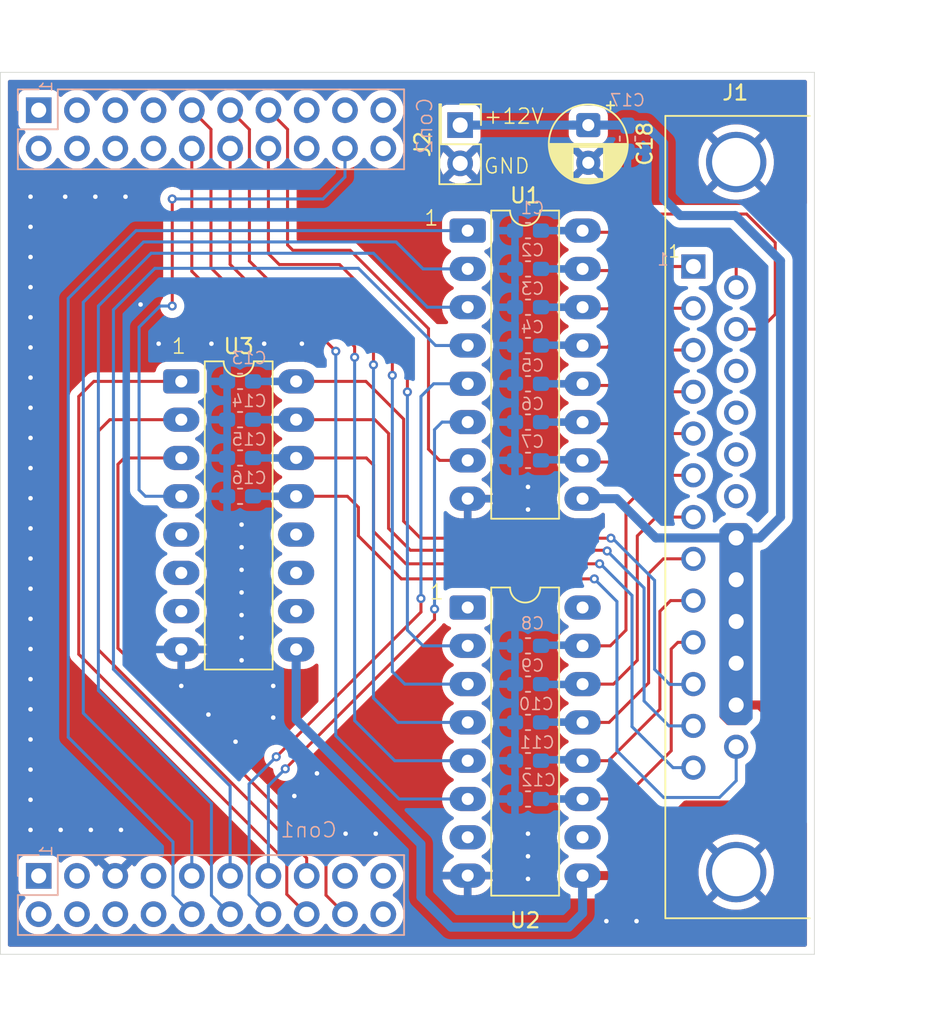
<source format=kicad_pcb>
(kicad_pcb (version 20241229) (generator "pcbnew") (generator_version "9.0")
  (layers (0 "F.Cu" signal) (2 "B.Cu" signal) (13 "F.Paste" user) (15 "B.Paste" user) (5 "F.SilkS" user "F.Silkscreen") (7 "B.SilkS" user "B.Silkscreen") (1 "F.Mask" user) (3 "B.Mask" user) (25 "Edge.Cuts" user))
  (net 0 "")
  (net 1 "/Rel_K18")
  (net 3 "Net-(J1-P20)")
  (net 4 "/Rel_K17")
  (net 7 "/Rel_K2")
  (net 8 "/Rel_K3")
  (net 9 "/Rel_K4")
  (net 10 "/Rel_K6")
  (net 11 "/Rel_K14")
  (net 12 "/Rel_K16")
  (net 13 "/Rel_K7")
  (net 14 "/Rel_K11")
  (net 15 "/Rel_K1")
  (net 16 "/Rel_K12")
  (net 17 "Net-(J1-P25)")
  (net 18 "/Rel_K15")
  (net 19 "/Rel_K13")
  (net 21 "/Rel_K5")
  (net 22 "GND")
  (net 35 "Net-(Con1-Pin_10)")
  (net 37 "Net-(Con1-Pin_13)")
  (net 39 "Net-(Con1-Pin_9)")
  (net 40 "Net-(Con1-Pin_14)")
  (net 42 "Net-(Con1-Pin_18)")
  (net 43 "Net-(Con1-Pin_12)")
  (net 45 "Net-(Con1-Pin_15)")
  (net 47 "Net-(Con1-Pin_11)")
  (net 48 "Net-(Con1-Pin_16)")
  (net 53 "Net-(Con2-Pin_18)")
  (net 55 "Net-(Con2-Pin_10)")
  (net 57 "Net-(Con2-Pin_11)")
  (net 58 "Net-(Con2-Pin_14)")
  (net 63 "Net-(Con2-Pin_13)")
  (net 67 "Net-(Con2-Pin_12)")
  (net 71 "Net-(Con2-Pin_9)")
  (footprint "Connector_Dsub:DSUB-25_Socket_Horizontal_P2.77x2.84mm_EdgePinOffset4.94mm_Housed_MountingHolesOffset4.94mm" (layer "F.Cu") (at 145.969669 84.38 90)
    (property "Reference" "J1")
    (property "Value" "DB25_Socket_MountingHoles")
  )
  (footprint "Capacitor_THT:CP_Radial_D5.0mm_P2.50mm" (layer "F.Cu") (at 139 75 -90)
    (property "Reference" "C18")
    (property "Value" "10uF")
  )
  (footprint "Package_DIP:DIP-16_W7.62mm_LongPads" (layer "F.Cu") (at 112 92)
    (property "Reference" "U3")
    (property "Value" "ULN2003A")
  )
  (footprint "Package_DIP:DIP-16_W7.62mm_LongPads" (layer "F.Cu") (at 131 82)
    (property "Reference" "U1")
    (property "Value" "ULN2003A")
  )
  (footprint "Connector_PinHeader_2.54mm:PinHeader_2x01_P2.54mm_Vertical" (layer "F.Cu") (at 130.5 75 -90)
    (property "Reference" "J2")
    (property "Value" "Conn_02x01")
  )
  (footprint "Package_DIP:DIP-16_W7.62mm_LongPads" (layer "F.Cu") (at 131 107)
    (property "Reference" "U2")
    (property "Value" "ULN2003A")
  )
  (footprint "Capacitor_SMD:C_0603_1608Metric_Pad1.08x0.95mm_HandSolder" (layer "B.Cu") (at 135 92.16 180)
    (property "Reference" "C5")
    (property "Value" "100nF")
  )
  (footprint "Capacitor_SMD:C_0603_1608Metric_Pad1.08x0.95mm_HandSolder" (layer "B.Cu") (at 135 114.62 180)
    (property "Reference" "C10")
    (property "Value" "100nF")
  )
  (footprint "Capacitor_SMD:C_0603_1608Metric_Pad1.08x0.95mm_HandSolder" (layer "B.Cu") (at 135 84.54 180)
    (property "Reference" "C2")
    (property "Value" "100nF")
  )
  (footprint "Capacitor_SMD:C_0603_1608Metric_Pad1.08x0.95mm_HandSolder" (layer "B.Cu") (at 135 119.7 180)
    (property "Reference" "C12")
    (property "Value" "100nF")
  )
  (footprint "Capacitor_SMD:C_0603_1608Metric_Pad1.08x0.95mm_HandSolder" (layer "B.Cu") (at 135 109.54 180)
    (property "Reference" "C8")
    (property "Value" "100nF")
  )
  (footprint "Capacitor_SMD:C_0603_1608Metric_Pad1.08x0.95mm_HandSolder" (layer "B.Cu") (at 115.9 94.54 180)
    (property "Reference" "C14")
    (property "Value" "100nF")
  )
  (footprint "Connector_PinHeader_2.54mm:PinHeader_2x10_P2.54mm_Vertical" (layer "B.Cu") (at 102.54 124.8 -90)
    (property "Reference" "Con1")
    (property "Value" "Conn_02x10_Odd_Even")
  )
  (footprint "Capacitor_SMD:C_0603_1608Metric_Pad1.08x0.95mm_HandSolder" (layer "B.Cu") (at 115.9 92 180)
    (property "Reference" "C13")
    (property "Value" "100nF")
  )
  (footprint "Capacitor_SMD:C_0603_1608Metric_Pad1.08x0.95mm_HandSolder" (layer "B.Cu") (at 135 94.7 180)
    (property "Reference" "C6")
    (property "Value" "100nF")
  )
  (footprint "Capacitor_SMD:C_0603_1608Metric_Pad1.08x0.95mm_HandSolder" (layer "B.Cu") (at 115.9 97.08 180)
    (property "Reference" "C15")
    (property "Value" "100nF")
  )
  (footprint "Capacitor_SMD:C_0603_1608Metric_Pad1.08x0.95mm_HandSolder" (layer "B.Cu") (at 141.6 75.9 -90)
    (property "Reference" "C17")
    (property "Value" "100nF")
  )
  (footprint "Capacitor_SMD:C_0603_1608Metric_Pad1.08x0.95mm_HandSolder" (layer "B.Cu") (at 135 97.24 180)
    (property "Reference" "C7")
    (property "Value" "100nF")
  )
  (footprint "Capacitor_SMD:C_0603_1608Metric_Pad1.08x0.95mm_HandSolder" (layer "B.Cu") (at 115.9 99.62 180)
    (property "Reference" "C16")
    (property "Value" "100nF")
  )
  (footprint "Capacitor_SMD:C_0603_1608Metric_Pad1.08x0.95mm_HandSolder" (layer "B.Cu") (at 135 112.08 180)
    (property "Reference" "C9")
    (property "Value" "100nF")
  )
  (footprint "Capacitor_SMD:C_0603_1608Metric_Pad1.08x0.95mm_HandSolder" (layer "B.Cu") (at 135 89.62 180)
    (property "Reference" "C4")
    (property "Value" "100nF")
  )
  (footprint "Capacitor_SMD:C_0603_1608Metric_Pad1.08x0.95mm_HandSolder" (layer "B.Cu") (at 135 117.16 180)
    (property "Reference" "C11")
    (property "Value" "100nF")
  )
  (footprint "Capacitor_SMD:C_0603_1608Metric_Pad1.08x0.95mm_HandSolder" (layer "B.Cu") (at 135 82 180)
    (property "Reference" "C1")
    (property "Value" "100nF")
  )
  (footprint "Connector_PinHeader_2.54mm:PinHeader_2x10_P2.54mm_Vertical" (layer "B.Cu") (at 102.54 74.01 -90)
    (property "Reference" "Con2")
    (property "Value" "Conn_02x10_Odd_Even")
  )
  (footprint "Capacitor_SMD:C_0603_1608Metric_Pad1.08x0.95mm_HandSolder" (layer "B.Cu") (at 135 87.08 180)
    (property "Reference" "C3")
    (property "Value" "100nF")
  )
  (gr_line (start 100 130) (end 100 71.5) (stroke (width 0.05)) (layer "Edge.Cuts"))
  (gr_line (start 154 71.5) (end 154 130) (stroke (width 0.05)) (layer "Edge.Cuts"))
  (gr_line (start 154 130) (end 100 130) (stroke (width 0.05)) (layer "Edge.Cuts"))
  (gr_line (start 100 71.5) (end 154 71.5) (stroke (width 0.05)) (layer "Edge.Cuts"))
  (gr_text "GND" (at 132 78.3 0) (layer "F.SilkS") (effects (font (size 1 1) (thickness 0.1)) (justify left bottom)))
  (gr_text "+12V" (at 132 75 0) (layer "F.SilkS") (effects (font (size 1 1) (thickness 0.1)) (justify left bottom)))
  (gr_text "1" (at 103.5 122.7 90) (layer "B.SilkS") (effects (font (size 0.8 0.8) (thickness 0.1) (bold yes)) (justify left bottom mirror)))
  (gr_text "1" (at 103.5 72 90) (layer "B.SilkS") (effects (font (size 0.8 0.8) (thickness 0.1) (bold yes)) (justify left bottom mirror)))
  (segment (start 124.75 97.55) (end 124.75 101.95) (width 0.2) (layer "F.Cu") (net 1))
  (segment (start 139.75 104.1) (end 139.8 104.1) (width 0.2) (layer "F.Cu") (net 1))
  (segment (start 119.62 97.08) (end 124.28 97.08) (width 0.2) (layer "F.Cu") (net 1))
  (segment (start 124.75 101.95) (end 126.9 104.1) (width 0.2) (layer "F.Cu") (net 1))
  (segment (start 126.9 104.1) (end 139.75 104.1) (width 0.2) (layer "F.Cu") (net 1))
  (segment (start 124.28 97.08) (end 124.75 97.55) (width 0.2) (layer "F.Cu") (net 1))
  (via (at 139.75 104.1) (size 0.6) (drill 0.3) (layers "F.Cu" "B.Cu") (net 1))
  (segment (start 119.62 97.08) (end 116.8225 97.08) (width 0.5) (layer "B.Cu") (net 1))
  (segment (start 141.9 106.2) (end 141.9 114.9) (width 0.2) (layer "B.Cu") (net 1))
  (segment (start 144.62 117.62) (end 145.969669 117.62) (width 0.2) (layer "B.Cu") (net 1))
  (segment (start 116.8225 97.08) (end 116.7625 97.02) (width 0.2) (layer "B.Cu") (net 1))
  (segment (start 141.9 114.9) (end 144.62 117.62) (width 0.2) (layer "B.Cu") (net 1))
  (segment (start 139.8 104.1) (end 141.9 106.2) (width 0.2) (layer "B.Cu") (net 1))
  (segment (start 151.2 114.3) (end 151.2 118) (width 0.6) (layer "F.Cu") (net 3))
  (segment (start 145.5 120.1) (end 140.82 124.78) (width 0.6) (layer "F.Cu") (net 3))
  (segment (start 140.82 124.78) (end 138.62 124.78) (width 0.6) (layer "F.Cu") (net 3))
  (segment (start 151.2 118) (end 149.1 120.1) (width 0.6) (layer "F.Cu") (net 3))
  (segment (start 150.365 113.465) (end 151.2 114.3) (width 0.6) (layer "F.Cu") (net 3))
  (segment (start 149.1 120.1) (end 145.5 120.1) (width 0.6) (layer "F.Cu") (net 3))
  (segment (start 148.809669 113.465) (end 150.365 113.465) (width 0.6) (layer "F.Cu") (net 3))
  (segment (start 148.809669 113.759669) (end 148.809669 113.465) (width 0.6) (layer "F.Cu") (net 3))
  (segment (start 127.9 126.2) (end 127.9 122.7) (width 0.6) (layer "B.Cu") (net 3))
  (segment (start 119.62 114.42) (end 119.62 109.78) (width 0.6) (layer "B.Cu") (net 3))
  (segment (start 144 79.9) (end 144 76.2) (width 0.6) (layer "B.Cu") (net 3))
  (segment (start 151.75 84) (end 148.75 81) (width 0.6) (layer "B.Cu") (net 3))
  (segment (start 138 75) (end 131 75) (width 0.6) (layer "B.Cu") (net 3))
  (segment (start 137.7 128.2) (end 129.9 128.2) (width 0.6) (layer "B.Cu") (net 3))
  (segment (start 150.365 102.385) (end 151.75 101) (width 0.6) (layer "B.Cu") (net 3))
  (segment (start 138.62 99.78) (end 140.88 99.78) (width 0.6) (layer "B.Cu") (net 3))
  (segment (start 148.75 81) (end 145.1 81) (width 0.6) (layer "B.Cu") (net 3))
  (segment (start 151.75 101) (end 151.75 84) (width 0.6) (layer "B.Cu") (net 3))
  (segment (start 138.62 124.78) (end 138.62 127.28) (width 0.6) (layer "B.Cu") (net 3))
  (segment (start 145.1 81) (end 144 79.9) (width 0.6) (layer "B.Cu") (net 3))
  (segment (start 148.809669 102.385) (end 150.365 102.385) (width 0.6) (layer "B.Cu") (net 3))
  (segment (start 127.9 122.7) (end 119.62 114.42) (width 0.6) (layer "B.Cu") (net 3))
  (segment (start 129.9 128.2) (end 127.9 126.2) (width 0.6) (layer "B.Cu") (net 3))
  (segment (start 138.62 127.28) (end 137.7 128.2) (width 0.6) (layer "B.Cu") (net 3))
  (segment (start 142.8 75) (end 138 75) (width 0.6) (layer "B.Cu") (net 3))
  (segment (start 143.485 102.385) (end 148.809669 102.385) (width 0.6) (layer "B.Cu") (net 3))
  (segment (start 144 76.2) (end 142.8 75) (width 0.6) (layer "B.Cu") (net 3))
  (segment (start 140.88 99.78) (end 143.485 102.385) (width 0.6) (layer "B.Cu") (net 3))
  (segment (start 125.75 101.75) (end 127.2 103.2) (width 0.2) (layer "F.Cu") (net 4))
  (segment (start 124.84 94.54) (end 125.75 95.45) (width 0.2) (layer "F.Cu") (net 4))
  (segment (start 127.2 103.2) (end 140.2 103.2) (width 0.2) (layer "F.Cu") (net 4))
  (segment (start 119.62 94.54) (end 124.84 94.54) (width 0.2) (layer "F.Cu") (net 4))
  (segment (start 125.75 95.45) (end 125.75 101.75) (width 0.2) (layer "F.Cu") (net 4))
  (via (at 140.25 103.25) (size 0.6) (drill 0.3) (layers "F.Cu" "B.Cu") (net 4))
  (segment (start 144.35 114.85) (end 145.969669 114.85) (width 0.2) (layer "B.Cu") (net 4))
  (segment (start 116.7925 94.54) (end 116.7625 94.51) (width 0.2) (layer "B.Cu") (net 4))
  (segment (start 142.7 113.2) (end 144.35 114.85) (width 0.2) (layer "B.Cu") (net 4))
  (segment (start 140.25 103.25) (end 142.7 105.7) (width 0.2) (layer "B.Cu") (net 4))
  (segment (start 119.62 94.54) (end 116.7925 94.54) (width 0.5) (layer "B.Cu") (net 4))
  (segment (start 142.7 105.7) (end 142.7 113.2) (width 0.2) (layer "B.Cu") (net 4))
  (segment (start 140.2 103.2) (end 140.25 103.25) (width 0.2) (layer "B.Cu") (net 4))
  (segment (start 148.3 82.3) (end 148.809669 82.809669) (width 0.2) (layer "F.Cu") (net 7))
  (segment (start 140.65 84.65) (end 143 82.3) (width 0.2) (layer "F.Cu") (net 7))
  (segment (start 143 82.3) (end 148.3 82.3) (width 0.2) (layer "F.Cu") (net 7))
  (segment (start 139 84.65) (end 140.65 84.65) (width 0.2) (layer "F.Cu") (net 7))
  (segment (start 148.809669 82.809669) (end 148.809669 85.765) (width 0.2) (layer "F.Cu") (net 7))
  (segment (start 135.8825 84.54) (end 135.8625 84.56) (width 0.2) (layer "B.Cu") (net 7))
  (segment (start 138.62 84.54) (end 135.8825 84.54) (width 0.5) (layer "B.Cu") (net 7))
  (segment (start 143.12 84.38) (end 145.969669 84.38) (width 0.2) (layer "F.Cu") (net 8))
  (segment (start 140.31 87.19) (end 143.12 84.38) (width 0.2) (layer "F.Cu") (net 8))
  (segment (start 139 87.19) (end 140.31 87.19) (width 0.2) (layer "F.Cu") (net 8))
  (segment (start 138.62 87.08) (end 135.8825 87.08) (width 0.5) (layer "B.Cu") (net 8))
  (segment (start 135.8825 87.08) (end 135.8625 87.1) (width 0.2) (layer "B.Cu") (net 8))
  (segment (start 140.27 89.73) (end 142.85 87.15) (width 0.2) (layer "F.Cu") (net 9))
  (segment (start 142.85 87.15) (end 145.969669 87.15) (width 0.2) (layer "F.Cu") (net 9))
  (segment (start 139 89.73) (end 140.27 89.73) (width 0.2) (layer "F.Cu") (net 9))
  (segment (start 135.8625 89.6) (end 138.6 89.6) (width 0.5) (layer "B.Cu") (net 9))
  (segment (start 138.6 89.6) (end 138.62 89.62) (width 0.2) (layer "B.Cu") (net 9))
  (segment (start 141.19 94.81) (end 143.31 92.69) (width 0.2) (layer "F.Cu") (net 10))
  (segment (start 143.31 92.69) (end 145.969669 92.69) (width 0.2) (layer "F.Cu") (net 10))
  (segment (start 139 94.81) (end 141.19 94.81) (width 0.2) (layer "F.Cu") (net 10))
  (segment (start 135.8625 94.7) (end 138.62 94.7) (width 0.5) (layer "B.Cu") (net 10))
  (segment (start 144.46 106.54) (end 145.969669 106.54) (width 0.2) (layer "F.Cu") (net 11))
  (segment (start 138.62 117.16) (end 140.34 117.16) (width 0.2) (layer "F.Cu") (net 11))
  (segment (start 143.75 107.25) (end 144.46 106.54) (width 0.2) (layer "F.Cu") (net 11))
  (segment (start 143.75 113.75) (end 143.75 107.25) (width 0.2) (layer "F.Cu") (net 11))
  (segment (start 140.34 117.16) (end 143.75 113.75) (width 0.2) (layer "F.Cu") (net 11))
  (segment (start 138.56 117.1) (end 138.62 117.16) (width 0.2) (layer "B.Cu") (net 11))
  (segment (start 135.8625 117.1) (end 138.56 117.1) (width 0.5) (layer "B.Cu") (net 11))
  (segment (start 124.25 92) (end 126.75 94.5) (width 0.2) (layer "F.Cu") (net 12))
  (segment (start 126.75 94.5) (end 126.75 101.275) (width 0.2) (layer "F.Cu") (net 12))
  (segment (start 127.875 102.4) (end 140.5 102.4) (width 0.2) (layer "F.Cu") (net 12))
  (segment (start 126.75 101.275) (end 127.875 102.4) (width 0.2) (layer "F.Cu") (net 12))
  (segment (start 140.5 102.4) (end 140.6 102.4) (width 0.2) (layer "F.Cu") (net 12))
  (segment (start 119.62 92) (end 124.25 92) (width 0.2) (layer "F.Cu") (net 12))
  (via (at 140.5 102.4) (size 0.6) (drill 0.3) (layers "F.Cu" "B.Cu") (net 12))
  (segment (start 144.4 112.1) (end 145.949669 112.1) (width 0.2) (layer "B.Cu") (net 12))
  (segment (start 143.4 105.2) (end 143.4 111.1) (width 0.2) (layer "B.Cu") (net 12))
  (segment (start 140.6 102.4) (end 143.4 105.2) (width 0.2) (layer "B.Cu") (net 12))
  (segment (start 145.949669 112.1) (end 145.969669 112.08) (width 0.2) (layer "B.Cu") (net 12))
  (segment (start 143.4 111.1) (end 144.4 112.1) (width 0.2) (layer "B.Cu") (net 12))
  (segment (start 119.62 92) (end 116.7625 92) (width 0.5) (layer "B.Cu") (net 12))
  (segment (start 141.15 97.35) (end 143.04 95.46) (width 0.2) (layer "F.Cu") (net 13))
  (segment (start 139 97.35) (end 141.15 97.35) (width 0.2) (layer "F.Cu") (net 13))
  (segment (start 143.04 95.46) (end 145.969669 95.46) (width 0.2) (layer "F.Cu") (net 13))
  (segment (start 138.58 97.2) (end 138.62 97.24) (width 0.2) (layer "B.Cu") (net 13))
  (segment (start 135.8625 97.2) (end 138.58 97.2) (width 0.5) (layer "B.Cu") (net 13))
  (segment (start 140.46 109.54) (end 141.5 108.5) (width 0.2) (layer "F.Cu") (net 14))
  (segment (start 141.5 108.5) (end 141.5 100.25) (width 0.2) (layer "F.Cu") (net 14))
  (segment (start 141.5 100.25) (end 143.52 98.23) (width 0.2) (layer "F.Cu") (net 14))
  (segment (start 143.52 98.23) (end 145.969669 98.23) (width 0.2) (layer "F.Cu") (net 14))
  (segment (start 138.62 109.54) (end 140.46 109.54) (width 0.2) (layer "F.Cu") (net 14))
  (segment (start 138.58 109.5) (end 138.62 109.54) (width 0.2) (layer "B.Cu") (net 14))
  (segment (start 135.8625 109.5) (end 138.58 109.5) (width 0.5) (layer "B.Cu") (net 14))
  (segment (start 139 82.11) (end 140.89 82.11) (width 0.2) (layer "F.Cu") (net 15))
  (segment (start 142.1 80.9) (end 149.5 80.9) (width 0.2) (layer "F.Cu") (net 15))
  (segment (start 151.4 82.8) (end 151.4 87.55) (width 0.2) (layer "F.Cu") (net 15))
  (segment (start 151.4 87.55) (end 150.415 88.535) (width 0.2) (layer "F.Cu") (net 15))
  (segment (start 150.415 88.535) (end 148.809669 88.535) (width 0.2) (layer "F.Cu") (net 15))
  (segment (start 140.89 82.11) (end 142.1 80.9) (width 0.2) (layer "F.Cu") (net 15))
  (segment (start 149.5 80.9) (end 151.4 82.8) (width 0.2) (layer "F.Cu") (net 15))
  (segment (start 138.62 82) (end 135.8625 82) (width 0.5) (layer "B.Cu") (net 15))
  (segment (start 143.5 101) (end 145.969669 101) (width 0.2) (layer "F.Cu") (net 16))
  (segment (start 142.25 110.5) (end 142.25 102.25) (width 0.2) (layer "F.Cu") (net 16))
  (segment (start 140.67 112.08) (end 142.25 110.5) (width 0.2) (layer "F.Cu") (net 16))
  (segment (start 138.62 112.08) (end 140.67 112.08) (width 0.2) (layer "F.Cu") (net 16))
  (segment (start 142.25 102.25) (end 143.5 101) (width 0.2) (layer "F.Cu") (net 16))
  (segment (start 138.6 112.1) (end 138.62 112.08) (width 0.2) (layer "B.Cu") (net 16))
  (segment (start 135.8625 112.1) (end 138.6 112.1) (width 0.5) (layer "B.Cu") (net 16))
  (segment (start 119.62 99.62) (end 123.02 99.62) (width 0.2) (layer "F.Cu") (net 17))
  (segment (start 123.02 99.62) (end 123.75 100.35) (width 0.2) (layer "F.Cu") (net 17))
  (segment (start 123.75 100.35) (end 123.75 102.25) (width 0.2) (layer "F.Cu") (net 17))
  (segment (start 123.75 102.25) (end 126.6 105.1) (width 0.2) (layer "F.Cu") (net 17))
  (segment (start 126.6 105.1) (end 139.4 105.1) (width 0.2) (layer "F.Cu") (net 17))
  (via (at 139.4 105.1) (size 0.6) (drill 0.3) (layers "F.Cu" "B.Cu") (net 17))
  (segment (start 139.4 105.1) (end 140.9 106.6) (width 0.2) (layer "B.Cu") (net 17))
  (segment (start 147.7 119.6) (end 148.809669 118.490331) (width 0.2) (layer "B.Cu") (net 17))
  (segment (start 119.62 99.62) (end 116.8525 99.62) (width 0.5) (layer "B.Cu") (net 17))
  (segment (start 140.9 106.6) (end 140.9 116.5) (width 0.2) (layer "B.Cu") (net 17))
  (segment (start 148.809669 118.490331) (end 148.809669 116.235) (width 0.2) (layer "B.Cu") (net 17))
  (segment (start 140.9 116.5) (end 144 119.6) (width 0.2) (layer "B.Cu") (net 17))
  (segment (start 144 119.6) (end 147.7 119.6) (width 0.2) (layer "B.Cu") (net 17))
  (segment (start 116.8525 99.62) (end 116.7625 99.53) (width 0.2) (layer "B.Cu") (net 17))
  (segment (start 141.3 119.7) (end 144.5 116.5) (width 0.2) (layer "F.Cu") (net 18))
  (segment (start 138.62 119.7) (end 141.3 119.7) (width 0.2) (layer "F.Cu") (net 18))
  (segment (start 144.94 109.31) (end 145.969669 109.31) (width 0.2) (layer "F.Cu") (net 18))
  (segment (start 144.5 116.5) (end 144.5 109.75) (width 0.2) (layer "F.Cu") (net 18))
  (segment (start 144.5 109.75) (end 144.94 109.31) (width 0.2) (layer "F.Cu") (net 18))
  (segment (start 135.8625 119.7) (end 138.62 119.7) (width 0.5) (layer "B.Cu") (net 18))
  (segment (start 143.98 103.77) (end 145.969669 103.77) (width 0.2) (layer "F.Cu") (net 19))
  (segment (start 143 104.75) (end 143.98 103.77) (width 0.2) (layer "F.Cu") (net 19))
  (segment (start 138.62 114.62) (end 140.38 114.62) (width 0.2) (layer "F.Cu") (net 19))
  (segment (start 143 112) (end 143 104.75) (width 0.2) (layer "F.Cu") (net 19))
  (segment (start 140.38 114.62) (end 143 112) (width 0.2) (layer "F.Cu") (net 19))
  (segment (start 138.6 114.6) (end 138.62 114.62) (width 0.2) (layer "B.Cu") (net 19))
  (segment (start 135.8625 114.6) (end 138.6 114.6) (width 0.5) (layer "B.Cu") (net 19))
  (segment (start 143.08 89.92) (end 145.969669 89.92) (width 0.2) (layer "F.Cu") (net 21))
  (segment (start 139 92.27) (end 140.73 92.27) (width 0.2) (layer "F.Cu") (net 21))
  (segment (start 140.73 92.27) (end 143.08 89.92) (width 0.2) (layer "F.Cu") (net 21))
  (segment (start 138.62 92.16) (end 135.9025 92.16) (width 0.5) (layer "B.Cu") (net 21))
  (segment (start 135.9025 92.16) (end 135.8625 92.2) (width 0.2) (layer "B.Cu") (net 21))
  (via (at 135 99) (size 0.6) (drill 0.3) (layers "F.Cu" "B.Cu") (net 22))
  (via (at 102 105.75) (size 0.6) (drill 0.3) (layers "F.Cu" "B.Cu") (net 22))
  (via (at 116 104.5) (size 0.6) (drill 0.3) (layers "F.Cu" "B.Cu") (net 22))
  (via (at 113.8 114.1) (size 0.6) (drill 0.3) (layers "F.Cu" "B.Cu") (net 22))
  (via (at 102 83.75) (size 0.6) (drill 0.3) (layers "F.Cu" "B.Cu") (net 22))
  (via (at 102 81.75) (size 0.6) (drill 0.3) (layers "F.Cu" "B.Cu") (net 22))
  (via (at 102 87.75) (size 0.6) (drill 0.3) (layers "F.Cu" "B.Cu") (net 22))
  (via (at 102 97.75) (size 0.6) (drill 0.3) (layers "F.Cu" "B.Cu") (net 22))
  (via (at 102 113.75) (size 0.6) (drill 0.3) (layers "F.Cu" "B.Cu") (net 22))
  (via (at 102 103.75) (size 0.6) (drill 0.3) (layers "F.Cu" "B.Cu") (net 22))
  (via (at 102 89.75) (size 0.6) (drill 0.3) (layers "F.Cu" "B.Cu") (net 22))
  (via (at 104 121.75) (size 0.6) (drill 0.3) (layers "F.Cu" "B.Cu") (net 22))
  (via (at 124.9 122) (size 0.6) (drill 0.3) (layers "F.Cu" "B.Cu") (net 22))
  (via (at 140.2 127.8) (size 0.6) (drill 0.3) (layers "F.Cu" "B.Cu") (net 22))
  (via (at 104.3 79.75) (size 0.6) (drill 0.3) (layers "F.Cu" "B.Cu") (net 22))
  (via (at 142.2 127.8) (size 0.6) (drill 0.3) (layers "F.Cu" "B.Cu") (net 22))
  (via (at 118.1 112.2) (size 0.6) (drill 0.3) (layers "F.Cu" "B.Cu") (net 22))
  (via (at 102 101.75) (size 0.6) (drill 0.3) (layers "F.Cu" "B.Cu") (net 22))
  (via (at 116 107.5) (size 0.6) (drill 0.3) (layers "F.Cu" "B.Cu") (net 22))
  (via (at 102 115.75) (size 0.6) (drill 0.3) (layers "F.Cu" "B.Cu") (net 22))
  (via (at 102 107.75) (size 0.6) (drill 0.3) (layers "F.Cu" "B.Cu") (net 22))
  (via (at 120 89.5) (size 0.6) (drill 0.3) (layers "F.Cu" "B.Cu") (net 22))
  (via (at 122.9 122) (size 0.6) (drill 0.3) (layers "F.Cu" "B.Cu") (net 22))
  (via (at 135 122) (size 0.6) (drill 0.3) (layers "F.Cu" "B.Cu") (net 22))
  (via (at 102 85.75) (size 0.6) (drill 0.3) (layers "F.Cu" "B.Cu") (net 22))
  (via (at 114 89.5) (size 0.6) (drill 0.3) (layers "F.Cu" "B.Cu") (net 22))
  (via (at 108 121.75) (size 0.6) (drill 0.3) (layers "F.Cu" "B.Cu") (net 22))
  (via (at 116 109) (size 0.6) (drill 0.3) (layers "F.Cu" "B.Cu") (net 22))
  (via (at 102 91.75) (size 0.6) (drill 0.3) (layers "F.Cu" "B.Cu") (net 22))
  (via (at 135 125) (size 0.6) (drill 0.3) (layers "F.Cu" "B.Cu") (net 22))
  (via (at 121 118) (size 0.6) (drill 0.3) (layers "F.Cu" "B.Cu") (net 22))
  (via (at 116 101.5) (size 0.6) (drill 0.3) (layers "F.Cu" "B.Cu") (net 22))
  (via (at 102 99.75) (size 0.6) (drill 0.3) (layers "F.Cu" "B.Cu") (net 22))
  (via (at 116 110.5) (size 0.6) (drill 0.3) (layers "F.Cu" "B.Cu") (net 22))
  (via (at 106.3 79.75) (size 0.6) (drill 0.3) (layers "F.Cu" "B.Cu") (net 22))
  (via (at 109.3 86.9) (size 0.6) (drill 0.3) (layers "F.Cu" "B.Cu") (net 22))
  (via (at 102 79.75) (size 0.6) (drill 0.3) (layers "F.Cu" "B.Cu") (net 22))
  (via (at 102 111.75) (size 0.6) (drill 0.3) (layers "F.Cu" "B.Cu") (net 22))
  (via (at 102 119.75) (size 0.6) (drill 0.3) (layers "F.Cu" "B.Cu") (net 22))
  (via (at 106 121.75) (size 0.6) (drill 0.3) (layers "F.Cu" "B.Cu") (net 22))
  (via (at 102 95.75) (size 0.6) (drill 0.3) (layers "F.Cu" "B.Cu") (net 22))
  (via (at 116 103) (size 0.6) (drill 0.3) (layers "F.Cu" "B.Cu") (net 22))
  (via (at 112 112.2) (size 0.6) (drill 0.3) (layers "F.Cu" "B.Cu") (net 22))
  (via (at 135 100.5) (size 0.6) (drill 0.3) (layers "F.Cu" "B.Cu") (net 22))
  (via (at 102 93.75) (size 0.6) (drill 0.3) (layers "F.Cu" "B.Cu") (net 22))
  (via (at 118.1 114.3) (size 0.6) (drill 0.3) (layers "F.Cu" "B.Cu") (net 22))
  (via (at 116 106) (size 0.6) (drill 0.3) (layers "F.Cu" "B.Cu") (net 22))
  (via (at 102 121.75) (size 0.6) (drill 0.3) (layers "F.Cu" "B.Cu") (net 22))
  (via (at 135 123.5) (size 0.6) (drill 0.3) (layers "F.Cu" "B.Cu") (net 22))
  (via (at 117.5 89.5) (size 0.6) (drill 0.3) (layers "F.Cu" "B.Cu") (net 22))
  (via (at 115.6 115.9) (size 0.6) (drill 0.3) (layers "F.Cu" "B.Cu") (net 22))
  (via (at 102 117.75) (size 0.6) (drill 0.3) (layers "F.Cu" "B.Cu") (net 22))
  (via (at 110.5 89.5) (size 0.6) (drill 0.3) (layers "F.Cu" "B.Cu") (net 22))
  (via (at 119.5 119.5) (size 0.6) (drill 0.3) (layers "F.Cu" "B.Cu") (net 22))
  (via (at 102 109.75) (size 0.6) (drill 0.3) (layers "F.Cu" "B.Cu") (net 22))
  (via (at 108.3 79.75) (size 0.6) (drill 0.3) (layers "F.Cu" "B.Cu") (net 22))
  (segment (start 131 82) (end 109 82) (width 0.2) (layer "B.Cu") (net 35))
  (segment (start 104.5 86.5) (end 104.5 115.6) (width 0.2) (layer "B.Cu") (net 35))
  (segment (start 109 82) (end 104.5 86.5) (width 0.2) (layer "B.Cu") (net 35))
  (segment (start 104.5 115.6) (end 111.45 122.55) (width 0.2) (layer "B.Cu") (net 35))
  (segment (start 111.45 122.55) (end 111.45 126.09) (width 0.2) (layer "B.Cu") (net 35))
  (segment (start 111.45 126.09) (end 112.7 127.34) (width 0.2) (layer "B.Cu") (net 35))
  (segment (start 118.9 117.7) (end 128.8 107.8) (width 0.2) (layer "F.Cu") (net 37))
  (segment (start 128.8 107.8) (end 128.8 107.1) (width 0.2) (layer "F.Cu") (net 37))
  (via (at 128.8 107.1) (size 0.6) (drill 0.3) (layers "F.Cu" "B.Cu") (net 37))
  (via (at 118.9 117.7) (size 0.6) (drill 0.3) (layers "F.Cu" "B.Cu") (net 37))
  (segment (start 117.78 119.32) (end 117.78 124.8) (width 0.2) (layer "B.Cu") (net 37))
  (segment (start 117.78 119.32) (end 117.78 118.82) (width 0.2) (layer "B.Cu") (net 37))
  (segment (start 117.78 118.82) (end 118.9 117.7) (width 0.2) (layer "B.Cu") (net 37))
  (segment (start 128.8 107.1) (end 128.8 95.2) (width 0.2) (layer "B.Cu") (net 37))
  (segment (start 128.8 95.2) (end 129.3 94.7) (width 0.2) (layer "B.Cu") (net 37))
  (segment (start 129.3 94.7) (end 131 94.7) (width 0.2) (layer "B.Cu") (net 37))
  (segment (start 112.7 121.2) (end 105.5 114) (width 0.2) (layer "B.Cu") (net 39))
  (segment (start 105.5 114) (end 105.5 86.75) (width 0.2) (layer "B.Cu") (net 39))
  (segment (start 128.04 84.54) (end 131 84.54) (width 0.2) (layer "B.Cu") (net 39))
  (segment (start 126.25 82.75) (end 128.04 84.54) (width 0.2) (layer "B.Cu") (net 39))
  (segment (start 105.5 86.75) (end 109.5 82.75) (width 0.2) (layer "B.Cu") (net 39))
  (segment (start 112.7 124.8) (end 112.7 121.2) (width 0.2) (layer "B.Cu") (net 39))
  (segment (start 109.5 82.75) (end 126.25 82.75) (width 0.2) (layer "B.Cu") (net 39))
  (segment (start 130.91 92.25) (end 131 92.16) (width 0.2) (layer "F.Cu") (net 40))
  (segment (start 127.9 107.3) (end 127.9 106.4) (width 0.2) (layer "F.Cu") (net 40))
  (segment (start 118.3 116.9) (end 127.9 107.3) (width 0.2) (layer "F.Cu") (net 40))
  (via (at 127.9 106.4) (size 0.6) (drill 0.3) (layers "F.Cu" "B.Cu") (net 40))
  (via (at 118.3 116.9) (size 0.6) (drill 0.3) (layers "F.Cu" "B.Cu") (net 40))
  (segment (start 116.5 118.7) (end 118.3 116.9) (width 0.2) (layer "B.Cu") (net 40))
  (segment (start 127.9 93) (end 128.74 92.16) (width 0.2) (layer "B.Cu") (net 40))
  (segment (start 127.9 106.4) (end 127.9 93) (width 0.2) (layer "B.Cu") (net 40))
  (segment (start 116.5 126.06) (end 117.78 127.34) (width 0.2) (layer "B.Cu") (net 40))
  (segment (start 116.5 118.7) (end 116.5 126.06) (width 0.2) (layer "B.Cu") (net 40))
  (segment (start 128.74 92.16) (end 131 92.16) (width 0.2) (layer "B.Cu") (net 40))
  (segment (start 108.22 97.08) (end 112 97.08) (width 0.2) (layer "F.Cu") (net 42))
  (segment (start 121.6 126.08) (end 121.6 123.5) (width 0.2) (layer "F.Cu") (net 42))
  (segment (start 121.6 123.5) (end 107.8 109.7) (width 0.2) (layer "F.Cu") (net 42))
  (segment (start 107.8 109.7) (end 107.8 97.5) (width 0.2) (layer "F.Cu") (net 42))
  (segment (start 122.86 127.34) (end 121.6 126.08) (width 0.2) (layer "F.Cu") (net 42))
  (segment (start 107.8 97.5) (end 108.22 97.08) (width 0.2) (layer "F.Cu") (net 42))
  (segment (start 110 83.5) (end 124.75 83.5) (width 0.2) (layer "B.Cu") (net 43))
  (segment (start 114 120) (end 106.5 112.5) (width 0.2) (layer "B.Cu") (net 43))
  (segment (start 128.33 87.08) (end 131 87.08) (width 0.2) (layer "B.Cu") (net 43))
  (segment (start 106.5 112.5) (end 106.5 87) (width 0.2) (layer "B.Cu") (net 43))
  (segment (start 115.24 127.34) (end 114 126.1) (width 0.2) (layer "B.Cu") (net 43))
  (segment (start 114 126.1) (end 114 120) (width 0.2) (layer "B.Cu") (net 43))
  (segment (start 124.75 83.5) (end 128.33 87.08) (width 0.2) (layer "B.Cu") (net 43))
  (segment (start 106.5 87) (end 110 83.5) (width 0.2) (layer "B.Cu") (net 43))
  (segment (start 120.32 124.8) (end 120.32 123.62) (width 0.2) (layer "F.Cu") (net 45))
  (segment (start 107.26 94.54) (end 112 94.54) (width 0.2) (layer "F.Cu") (net 45))
  (segment (start 106.5 95.3) (end 107.26 94.54) (width 0.2) (layer "F.Cu") (net 45))
  (segment (start 106.5 109.8) (end 106.5 95.3) (width 0.2) (layer "F.Cu") (net 45))
  (segment (start 120.32 123.62) (end 106.5 109.8) (width 0.2) (layer "F.Cu") (net 45))
  (segment (start 128.87 89.62) (end 131 89.62) (width 0.2) (layer "B.Cu") (net 47))
  (segment (start 107.5 111.1) (end 107.5 87.25) (width 0.2) (layer "B.Cu") (net 47))
  (segment (start 123.75 84.5) (end 128.87 89.62) (width 0.2) (layer "B.Cu") (net 47))
  (segment (start 110.25 84.5) (end 123.75 84.5) (width 0.2) (layer "B.Cu") (net 47))
  (segment (start 115.24 118.84) (end 107.5 111.1) (width 0.2) (layer "B.Cu") (net 47))
  (segment (start 115.24 124.8) (end 115.24 118.84) (width 0.2) (layer "B.Cu") (net 47))
  (segment (start 107.5 87.25) (end 110.25 84.5) (width 0.2) (layer "B.Cu") (net 47))
  (segment (start 112 92) (end 106.2 92) (width 0.2) (layer "F.Cu") (net 48))
  (segment (start 105.2 110.1) (end 119 123.9) (width 0.2) (layer "F.Cu") (net 48))
  (segment (start 106.2 92) (end 105.2 93) (width 0.2) (layer "F.Cu") (net 48))
  (segment (start 105.2 93) (end 105.2 110.1) (width 0.2) (layer "F.Cu") (net 48))
  (segment (start 119 123.9) (end 119 126.02) (width 0.2) (layer "F.Cu") (net 48))
  (segment (start 119 126.02) (end 120.32 127.34) (width 0.2) (layer "F.Cu") (net 48))
  (segment (start 111.4 87) (end 111.4 79.9) (width 0.2) (layer "F.Cu") (net 53))
  (via (at 111.4 79.9) (size 0.6) (drill 0.3) (layers "F.Cu" "B.Cu") (net 53))
  (via (at 111.4 87) (size 0.6) (drill 0.3) (layers "F.Cu" "B.Cu") (net 53))
  (segment (start 109.2 99.2) (end 109.62 99.62) (width 0.2) (layer "B.Cu") (net 53))
  (segment (start 121.4 79.9) (end 122.86 78.44) (width 0.2) (layer "B.Cu") (net 53))
  (segment (start 122.86 78.44) (end 122.86 76.55) (width 0.2) (layer "B.Cu") (net 53))
  (segment (start 111.4 87) (end 110.6 87) (width 0.2) (layer "B.Cu") (net 53))
  (segment (start 111.4 79.9) (end 121.4 79.9) (width 0.2) (layer "B.Cu") (net 53))
  (segment (start 109.62 99.62) (end 112 99.62) (width 0.2) (layer "B.Cu") (net 53))
  (segment (start 110.6 87) (end 109.2 88.4) (width 0.2) (layer "B.Cu") (net 53))
  (segment (start 109.2 88.4) (end 109.2 99.2) (width 0.2) (layer "B.Cu") (net 53))
  (segment (start 116.25 88.25) (end 112.7 84.7) (width 0.2) (layer "F.Cu") (net 55))
  (segment (start 112.7 84.7) (end 112.7 76.55) (width 0.2) (layer "F.Cu") (net 55))
  (segment (start 120.5 88.25) (end 116.25 88.25) (width 0.2) (layer "F.Cu") (net 55))
  (segment (start 122.25 90) (end 120.5 88.25) (width 0.2) (layer "F.Cu") (net 55))
  (segment (start 112.75 76.6) (end 112.7 76.55) (width 0.2) (layer "F.Cu") (net 55))
  (via (at 122.25 90) (size 0.6) (drill 0.3) (layers "F.Cu" "B.Cu") (net 55))
  (segment (start 125 118.25) (end 122.25 115.5) (width 0.2) (layer "B.Cu") (net 55))
  (segment (start 126.45 119.7) (end 125 118.25) (width 0.2) (layer "B.Cu") (net 55))
  (segment (start 131 119.7) (end 126.45 119.7) (width 0.2) (layer "B.Cu") (net 55))
  (segment (start 122.25 115.5) (end 122.25 90) (width 0.2) (layer "B.Cu") (net 55))
  (segment (start 116.52 75.29) (end 116.52 84.02) (width 0.2) (layer "F.Cu") (net 57))
  (segment (start 126 89.3) (end 126 91.6) (width 0.2) (layer "F.Cu") (net 57))
  (segment (start 115.24 74.01) (end 116.52 75.29) (width 0.2) (layer "F.Cu") (net 57))
  (segment (start 121.95 85.25) (end 126 89.3) (width 0.2) (layer "F.Cu") (net 57))
  (segment (start 116.52 84.02) (end 117.75 85.25) (width 0.2) (layer "F.Cu") (net 57))
  (segment (start 117.75 85.25) (end 121.95 85.25) (width 0.2) (layer "F.Cu") (net 57))
  (via (at 126 91.6) (size 0.6) (drill 0.3) (layers "F.Cu" "B.Cu") (net 57))
  (segment (start 126 91.6) (end 126 111.25) (width 0.2) (layer "B.Cu") (net 57))
  (segment (start 126.83 112.08) (end 131 112.08) (width 0.2) (layer "B.Cu") (net 57))
  (segment (start 126 111.25) (end 126.83 112.08) (width 0.2) (layer "B.Cu") (net 57))
  (segment (start 118.5 84.25) (end 117.78 83.53) (width 0.2) (layer "F.Cu") (net 58))
  (segment (start 122.5 84.25) (end 118.5 84.25) (width 0.2) (layer "F.Cu") (net 58))
  (segment (start 117.78 83.53) (end 117.78 76.55) (width 0.2) (layer "F.Cu") (net 58))
  (segment (start 127 92.7) (end 127 88.75) (width 0.2) (layer "F.Cu") (net 58))
  (segment (start 127 88.75) (end 122.5 84.25) (width 0.2) (layer "F.Cu") (net 58))
  (via (at 127 92.7) (size 0.6) (drill 0.3) (layers "F.Cu" "B.Cu") (net 58))
  (segment (start 128.04 109.54) (end 131 109.54) (width 0.2) (layer "B.Cu") (net 58))
  (segment (start 127 92.7) (end 127 108.5) (width 0.2) (layer "B.Cu") (net 58))
  (segment (start 127 108.5) (end 128.04 109.54) (width 0.2) (layer "B.Cu") (net 58))
  (segment (start 128.4 88.5) (end 123.2 83.3) (width 0.2) (layer "F.Cu") (net 63))
  (segment (start 131 97.24) (end 129.14 97.24) (width 0.2) (layer "F.Cu") (net 63))
  (segment (start 119.05 82.95) (end 119.05 75.28) (width 0.2) (layer "F.Cu") (net 63))
  (segment (start 129.14 97.24) (end 128.4 96.5) (width 0.2) (layer "F.Cu") (net 63))
  (segment (start 119.4 83.3) (end 119.05 82.95) (width 0.2) (layer "F.Cu") (net 63))
  (segment (start 123.2 83.3) (end 119.4 83.3) (width 0.2) (layer "F.Cu") (net 63))
  (segment (start 128.4 96.5) (end 128.4 88.5) (width 0.2) (layer "F.Cu") (net 63))
  (segment (start 119.05 75.28) (end 117.78 74.01) (width 0.2) (layer "F.Cu") (net 63))
  (segment (start 124.75 90.9) (end 124.75 89.55) (width 0.2) (layer "F.Cu") (net 67))
  (segment (start 117.25 86.25) (end 115.24 84.24) (width 0.2) (layer "F.Cu") (net 67))
  (segment (start 124.75 89.55) (end 121.45 86.25) (width 0.2) (layer "F.Cu") (net 67))
  (segment (start 121.45 86.25) (end 117.25 86.25) (width 0.2) (layer "F.Cu") (net 67))
  (segment (start 115.24 84.24) (end 115.24 76.55) (width 0.2) (layer "F.Cu") (net 67))
  (via (at 124.75 90.9) (size 0.6) (drill 0.3) (layers "F.Cu" "B.Cu") (net 67))
  (segment (start 126.37 114.62) (end 131 114.62) (width 0.2) (layer "B.Cu") (net 67))
  (segment (start 124.75 113) (end 126.37 114.62) (width 0.2) (layer "B.Cu") (net 67))
  (segment (start 124.75 90.9) (end 124.75 113) (width 0.2) (layer "B.Cu") (net 67))
  (segment (start 113.97 84.47) (end 113.97 75.28) (width 0.2) (layer "F.Cu") (net 71))
  (segment (start 116.75 87.25) (end 113.97 84.47) (width 0.2) (layer "F.Cu") (net 71))
  (segment (start 123.5 89.7) (end 121.05 87.25) (width 0.2) (layer "F.Cu") (net 71))
  (segment (start 121.05 87.25) (end 116.75 87.25) (width 0.2) (layer "F.Cu") (net 71))
  (segment (start 113.97 75.28) (end 112.7 74.01) (width 0.2) (layer "F.Cu") (net 71))
  (segment (start 123.5 90.4) (end 123.5 89.7) (width 0.2) (layer "F.Cu") (net 71))
  (via (at 123.5 90.4) (size 0.6) (drill 0.3) (layers "F.Cu" "B.Cu") (net 71))
  (segment (start 126.16 117.16) (end 131 117.16) (width 0.2) (layer "B.Cu") (net 71))
  (segment (start 123.5 90.4) (end 123.5 114.5) (width 0.2) (layer "B.Cu") (net 71))
  (segment (start 123.5 114.5) (end 126.16 117.16) (width 0.2) (layer "B.Cu") (net 71))
  (zone (net 0) (net_name "") (layer "F.Cu") (name "Sperr_Top1") (connect_pads (clearance 0)) (min_thickness 0.25)
    (keepout (tracks not_allowed) (vias not_allowed) (pads not_allowed) (copperpour not_allowed) (footprints allowed))
    (fill (thermal_gap 0.5) (thermal_bridge_width 0.5))
    (polygon (pts (xy 140.1 101.75) (xy 140.1 98) (xy 141.25 98) (xy 143.3 96.05) (xy 145.1 96.05) (xy 145.1 97.55) (xy 143.4 97.55) (xy 140.95 99.95) (xy 140.95 101.75)))
  )
  (zone (net 22) (net_name "GND") (layer "F.Cu") (priority 2) (connect_pads (clearance 0.5)) (min_thickness 0.25) (fill yes (thermal_gap 0.5) (thermal_bridge_width 0.5))
    (polygon (pts (xy 100 130) (xy 100 71.5) (xy 154 71.5) (xy 154 130)))
  )
  (zone (net 0) (net_name "") (layer "F.Cu") (name "Sperr_Top2") (connect_pads (clearance 0)) (min_thickness 0.25)
    (keepout (tracks not_allowed) (vias not_allowed) (pads not_allowed) (copperpour not_allowed) (footprints allowed))
    (fill (thermal_gap 0.5) (thermal_bridge_width 0.5))
    (polygon (pts (xy 129.65 101.75) (xy 127.35 101.3) (xy 127.35 94.3) (xy 126.75 93.65) (xy 127.8 93.25) (xy 127.8 96.65) (xy 128.85 97.75) (xy 129.65 97.75)))
  )
  (zone (net 0) (net_name "") (layer "F.Cu") (name "Sperr_Top11") (connect_pads (clearance 0)) (min_thickness 0.25)
    (keepout (tracks not_allowed) (vias not_allowed) (pads not_allowed) (copperpour not_allowed) (footprints allowed))
    (fill (thermal_gap 0.5) (thermal_bridge_width 0.5))
    (polygon (pts (xy 121.2 91.4) (xy 123.4 91.4) (xy 122.7 90.7) (xy 121.8 90.7) (xy 121.057143 89.4) (xy 120.8 89.4) (xy 120.8 90.9)))
  )
  (zone (net 0) (net_name "") (layer "F.Cu") (name "Sperr_Top12") (connect_pads (clearance 0)) (min_thickness 0.25)
    (keepout (tracks not_allowed) (vias not_allowed) (pads not_allowed) (copperpour not_allowed) (footprints allowed))
    (fill (thermal_gap 0.5) (thermal_bridge_width 0.5))
    (polygon (pts (xy 121.1 113.2) (xy 127.3 107.2) (xy 127.3 105.7) (xy 126.4 105.7) (xy 123.2 102.5) (xy 123.2 100.7) (xy 122.7 100.2) (xy 121.1 100.2) (xy 121.1 111.4)))
  )
  (zone (net 0) (net_name "") (layer "F.Cu") (name "Sperr_Top8") (connect_pads (clearance 0)) (min_thickness 0.25)
    (keepout (tracks not_allowed) (vias not_allowed) (pads not_allowed) (copperpour not_allowed) (footprints allowed))
    (fill (thermal_gap 0.5) (thermal_bridge_width 0.5))
    (polygon (pts (xy 106.35 125.85) (xy 109.45 125.85) (xy 109.45 126.3) (xy 106.35 126.3)))
  )
  (zone (net 0) (net_name "") (layer "F.Cu") (name "Sperr_Top7") (connect_pads (clearance 0)) (min_thickness 0.25)
    (keepout (tracks not_allowed) (vias not_allowed) (pads not_allowed) (copperpour not_allowed) (footprints allowed))
    (fill (thermal_gap 0.5) (thermal_bridge_width 0.5))
    (polygon (pts (xy 153.5 89.3) (xy 153.5 80.3) (xy 149.7 80.3) (xy 152 82.473684) (xy 152 87.772728) (xy 150.4 89.3)))
  )
  (zone (net 0) (net_name "") (layer "F.Cu") (name "Sperr_Top9") (connect_pads (clearance 0)) (min_thickness 0.25)
    (keepout (tracks not_allowed) (vias not_allowed) (pads not_allowed) (copperpour not_allowed) (footprints allowed))
    (fill (thermal_gap 0.5) (thermal_bridge_width 0.5))
    (polygon (pts (xy 111 87.7) (xy 114.796154 87.7) (xy 112.2 85) (xy 112 85) (xy 112 87.4) (xy 110.8 87.4)))
  )
  (zone (net 3) (net_name "Net-(J1-P20)") (layer "F.Cu") (priority 2) (connect_pads yes (clearance 0.25)) (min_thickness 0.25) (fill yes (thermal_gap 0.5) (thermal_bridge_width 0.5))
    (polygon (pts (xy 149.3875 101.4) (xy 149.9 101.9125) (xy 149.9 114.35) (xy 149.45 114.8) (xy 148.2125 114.8) (xy 147.7 114.2875) (xy 147.7 101.85) (xy 148.15 101.4)))
  )
  (zone (net 0) (net_name "") (layer "F.Cu") (name "Sperr_Top5") (connect_pads (clearance 0)) (min_thickness 0.25)
    (keepout (tracks not_allowed) (vias not_allowed) (pads not_allowed) (copperpour not_allowed) (footprints allowed))
    (fill (thermal_gap 0.5) (thermal_bridge_width 0.5))
    (polygon (pts (xy 148.7 121.2) (xy 153.5 121.2) (xy 153.5 89.3) (xy 150 89.3) (xy 150 111.7) (xy 152 113.4) (xy 152 118.1)))
  )
  (zone (net 0) (net_name "") (layer "F.Cu") (name "Sperr_Top6") (connect_pads (clearance 0)) (min_thickness 0.25)
    (keepout (tracks not_allowed) (vias not_allowed) (pads not_allowed) (copperpour not_allowed) (footprints allowed))
    (fill (thermal_gap 0.5) (thermal_bridge_width 0.5))
    (polygon (pts (xy 137.1 126.3) (xy 137.1 125.75) (xy 140.744898 125.75) (xy 146 120.6) (xy 149.2 120.6) (xy 148.7 121.2) (xy 146.1 121.2) (xy 141 126.3)))
  )
  (zone (net 0) (net_name "") (layer "F.Cu") (name "Sperr_Top10") (connect_pads (clearance 0)) (min_thickness 0.25)
    (keepout (tracks not_allowed) (vias not_allowed) (pads not_allowed) (copperpour not_allowed) (footprints allowed))
    (fill (thermal_gap 0.5) (thermal_bridge_width 0.5))
    (polygon (pts (xy 108.4 109.5) (xy 108.4 97.7) (xy 110.5 97.7) (xy 110.5 111.6)))
  )
  (zone (net 0) (net_name "") (layer "F.Cu") (name "Sperr_Top3") (connect_pads (clearance 0)) (min_thickness 0.25)
    (keepout (tracks not_allowed) (vias not_allowed) (pads not_allowed) (copperpour not_allowed) (footprints allowed))
    (fill (thermal_gap 0.5) (thermal_bridge_width 0.5))
    (polygon (pts (xy 129 96.4) (xy 129 88.2) (xy 130.05 88.2) (xy 130.05 88.5) (xy 129.6 88.75) (xy 129.55 96.7)))
  )
  (zone (net 0) (net_name "") (layer "B.Cu") (name "Sperr_Bot8") (connect_pads (clearance 0)) (min_thickness 0.25)
    (keepout (tracks not_allowed) (vias not_allowed) (pads not_allowed) (copperpour not_allowed) (footprints allowed))
    (fill (thermal_gap 0.5) (thermal_bridge_width 0.5))
    (polygon (pts (xy 118.4 92.9) (xy 118.4 93.7) (xy 115.3 93.7) (xy 115.3 92.9)))
  )
  (zone (net 0) (net_name "") (layer "B.Cu") (name "Sperr_Bot8") (connect_pads (clearance 0)) (min_thickness 0.25)
    (keepout (tracks not_allowed) (vias not_allowed) (pads not_allowed) (copperpour not_allowed) (footprints allowed))
    (fill (thermal_gap 0.5) (thermal_bridge_width 0.5))
    (polygon (pts (xy 110.65 98.9) (xy 109.7 98.9) (xy 109.7 90.75) (xy 110.65 90.75)))
  )
  (zone (net 0) (net_name "") (layer "B.Cu") (name "Sperr_Bot1") (connect_pads (clearance 0)) (min_thickness 0.25)
    (keepout (tracks not_allowed) (vias not_allowed) (pads not_allowed) (copperpour not_allowed) (footprints allowed))
    (fill (thermal_gap 0.5) (thermal_bridge_width 0.5))
    (polygon (pts (xy 140.1 100.6) (xy 140.1 101.7) (xy 140.95 101.7) (xy 143.9 104.9) (xy 143.9 110.4) (xy 144.9 111.35) (xy 145.85 110.7) (xy 144.8 109.9) (xy 144.8 103.8) (xy 143.55 103.15) (xy 140.65 100.6)))
  )
  (zone (net 0) (net_name "") (layer "B.Cu") (name "Sperr_Bot8") (connect_pads (clearance 0)) (min_thickness 0.25)
    (keepout (tracks not_allowed) (vias not_allowed) (pads not_allowed) (copperpour not_allowed) (footprints allowed))
    (fill (thermal_gap 0.5) (thermal_bridge_width 0.5))
    (polygon (pts (xy 118.4 95.4) (xy 118.4 96.2) (xy 115.3 96.2) (xy 115.3 95.4)))
  )
  (zone (net 0) (net_name "") (layer "B.Cu") (name "Sperr_Bot8") (connect_pads (clearance 0)) (min_thickness 0.25)
    (keepout (tracks not_allowed) (vias not_allowed) (pads not_allowed) (copperpour not_allowed) (footprints allowed))
    (fill (thermal_gap 0.5) (thermal_bridge_width 0.5))
    (polygon (pts (xy 121.65 111.35) (xy 121.05 111.35) (xy 121.05 91.1) (xy 121.65 91.1)))
  )
  (zone (net 0) (net_name "") (layer "B.Cu") (name "Sperr_Bot8") (connect_pads (clearance 0)) (min_thickness 0.25)
    (keepout (tracks not_allowed) (vias not_allowed) (pads not_allowed) (copperpour not_allowed) (footprints allowed))
    (fill (thermal_gap 0.5) (thermal_bridge_width 0.5))
    (polygon (pts (xy 137.5 118.1) (xy 137.5 118.9) (xy 134.4 118.9) (xy 134.4 118.1)))
  )
  (zone (net 0) (net_name "") (layer "B.Cu") (name "Sperr_Bot8") (connect_pads (clearance 0)) (min_thickness 0.25)
    (keepout (tracks not_allowed) (vias not_allowed) (pads not_allowed) (copperpour not_allowed) (footprints allowed))
    (fill (thermal_gap 0.5) (thermal_bridge_width 0.5))
    (polygon (pts (xy 137.5 93.1) (xy 137.5 93.9) (xy 134.4 93.9) (xy 134.4 93.1)))
  )
  (zone (net 0) (net_name "") (layer "B.Cu") (name "Sperr_Bot4") (connect_pads (clearance 0)) (min_thickness 0.25)
    (keepout (tracks not_allowed) (vias not_allowed) (pads not_allowed) (copperpour not_allowed) (footprints allowed))
    (fill (thermal_gap 0.5) (thermal_bridge_width 0.5))
    (polygon (pts (xy 127.5 89.2) (xy 127.5 92.2) (xy 128 92.2) (xy 128.7 91.55) (xy 129.4 91.55) (xy 129.4 90.25) (xy 128.65 90.25)))
  )
  (zone (net 0) (net_name "") (layer "B.Cu") (name "Sperr_Bot8") (connect_pads (clearance 0)) (min_thickness 0.25)
    (keepout (tracks not_allowed) (vias not_allowed) (pads not_allowed) (copperpour not_allowed) (footprints allowed))
    (fill (thermal_gap 0.5) (thermal_bridge_width 0.5))
    (polygon (pts (xy 137.5 85.5) (xy 137.5 86.3) (xy 134.4 86.3) (xy 134.4 85.5)))
  )
  (zone (net 0) (net_name "") (layer "B.Cu") (name "Sperr_Bot8") (connect_pads (clearance 0)) (min_thickness 0.25)
    (keepout (tracks not_allowed) (vias not_allowed) (pads not_allowed) (copperpour not_allowed) (footprints allowed))
    (fill (thermal_gap 0.5) (thermal_bridge_width 0.5))
    (polygon (pts (xy 137.5 115.5) (xy 137.5 116.3) (xy 134.4 116.3) (xy 134.4 115.5)))
  )
  (zone (net 0) (net_name "") (layer "B.Cu") (name "Sperr_Bot8") (connect_pads (clearance 0)) (min_thickness 0.25)
    (keepout (tracks not_allowed) (vias not_allowed) (pads not_allowed) (copperpour not_allowed) (footprints allowed))
    (fill (thermal_gap 0.5) (thermal_bridge_width 0.5))
    (polygon (pts (xy 137.5 110.4) (xy 137.5 111.2) (xy 134.4 111.2) (xy 134.4 110.4)))
  )
  (zone (net 0) (net_name "") (layer "B.Cu") (name "Sperr_Bot8") (connect_pads (clearance 0)) (min_thickness 0.25)
    (keepout (tracks not_allowed) (vias not_allowed) (pads not_allowed) (copperpour not_allowed) (footprints allowed))
    (fill (thermal_gap 0.5) (thermal_bridge_width 0.5))
    (polygon (pts (xy 118.4 98) (xy 118.4 98.8) (xy 115.3 98.8) (xy 115.3 98)))
  )
  (zone (net 3) (net_name "Net-(J1-P20)") (layer "B.Cu") (priority 1) (connect_pads yes (clearance 0.5)) (min_thickness 0.25) (fill yes (thermal_gap 0.5) (thermal_bridge_width 0.5))
    (polygon (pts (xy 148.1125 101.4) (xy 147.7 101.8125) (xy 147.7 114.25) (xy 148.25 114.8) (xy 149.4875 114.8) (xy 149.9 114.3875) (xy 149.9 101.8) (xy 149.5 101.4)))
  )
  (zone (net 0) (net_name "") (layer "B.Cu") (name "Sperr_Bot8") (connect_pads (clearance 0)) (min_thickness 0.25)
    (keepout (tracks not_allowed) (vias not_allowed) (pads not_allowed) (copperpour not_allowed) (footprints allowed))
    (fill (thermal_gap 0.5) (thermal_bridge_width 0.5))
    (polygon (pts (xy 137.5 88) (xy 137.5 88.8) (xy 134.4 88.8) (xy 134.4 88)))
  )
  (zone (net 0) (net_name "") (layer "B.Cu") (name "Sperr_Bot2") (connect_pads (clearance 0)) (min_thickness 0.25)
    (keepout (tracks not_allowed) (vias not_allowed) (pads not_allowed) (copperpour not_allowed) (footprints allowed))
    (fill (thermal_gap 0.5) (thermal_bridge_width 0.5))
    (polygon (pts (xy 121.7 111.35) (xy 120.3 111.35) (xy 120.3 114.1) (xy 121.7 115.5)))
  )
  (zone (net 22) (net_name "GND") (layer "B.Cu") (connect_pads (clearance 0.5)) (min_thickness 0.25) (fill yes (thermal_gap 0.5) (thermal_bridge_width 0.5))
    (polygon (pts (xy 100 71.5) (xy 154 71.5) (xy 154 130) (xy 100 130)))
  )
  (zone (net 0) (net_name "") (layer "B.Cu") (name "Sperr_Bot8") (connect_pads (clearance 0)) (min_thickness 0.25)
    (keepout (tracks not_allowed) (vias not_allowed) (pads not_allowed) (copperpour not_allowed) (footprints allowed))
    (fill (thermal_gap 0.5) (thermal_bridge_width 0.5))
    (polygon (pts (xy 137.5 82.9) (xy 137.5 83.7) (xy 134.4 83.7) (xy 134.4 82.9)))
  )
  (zone (net 0) (net_name "") (layer "B.Cu") (name "Sperr_Bot8") (connect_pads (clearance 0)) (min_thickness 0.25)
    (keepout (tracks not_allowed) (vias not_allowed) (pads not_allowed) (copperpour not_allowed) (footprints allowed))
    (fill (thermal_gap 0.5) (thermal_bridge_width 0.5))
    (polygon (pts (xy 137.5 113) (xy 137.5 113.8) (xy 134.4 113.8) (xy 134.4 113)))
  )
  (zone (net 0) (net_name "") (layer "B.Cu") (name "Sperr_Bot8") (connect_pads (clearance 0)) (min_thickness 0.25)
    (keepout (tracks not_allowed) (vias not_allowed) (pads not_allowed) (copperpour not_allowed) (footprints allowed))
    (fill (thermal_gap 0.5) (thermal_bridge_width 0.5))
    (polygon (pts (xy 137.5 90.5) (xy 137.5 91.3) (xy 134.4 91.3) (xy 134.4 90.5)))
  )
  (zone (net 0) (net_name "") (layer "B.Cu") (name "Sperr_Bot8") (connect_pads (clearance 0)) (min_thickness 0.25)
    (keepout (tracks not_allowed) (vias not_allowed) (pads not_allowed) (copperpour not_allowed) (footprints allowed))
    (fill (thermal_gap 0.5) (thermal_bridge_width 0.5))
    (polygon (pts (xy 137.5 95.6) (xy 137.5 96.4) (xy 134.4 96.4) (xy 134.4 95.6)))
  )
  (zone (net 0) (net_name "") (layer "B.Cu") (name "Sperr_Top8") (connect_pads (clearance 0)) (min_thickness 0.25)
    (keepout (tracks not_allowed) (vias not_allowed) (pads not_allowed) (copperpour not_allowed) (footprints allowed))
    (fill (thermal_gap 0.5) (thermal_bridge_width 0.5))
    (polygon (pts (xy 109.45 125.85) (xy 106.35 125.85) (xy 106.35 126.3) (xy 109.45 126.3)))
  )
)
</source>
